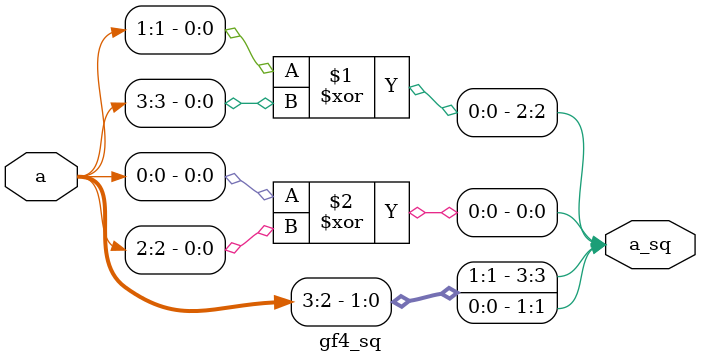
<source format=v>
module gf4_sq(
    input [3:0] a,
    output [3:0] a_sq
);
    assign a_sq[3] = a[3];
    assign a_sq[2] = a[1] ^ a[3];
    assign a_sq[1] = a[2];
    assign a_sq[0] = a[0] ^ a[2];
endmodule
</source>
